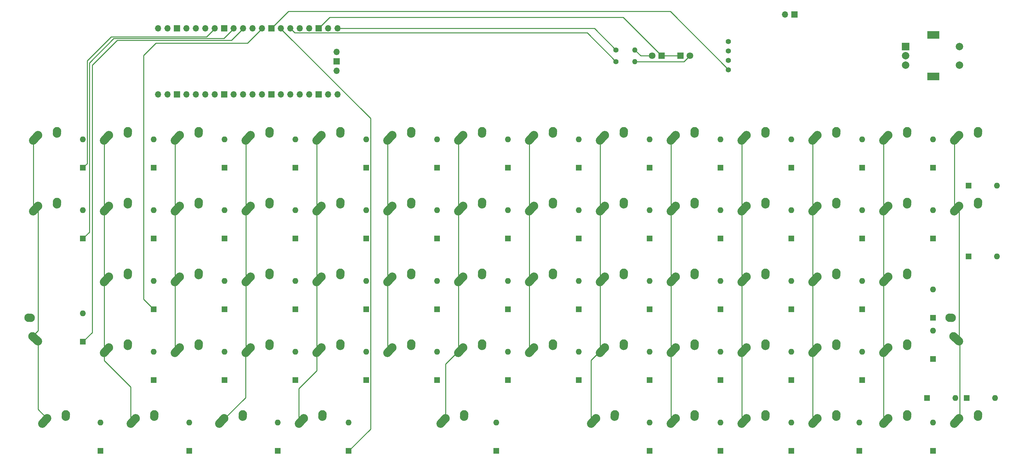
<source format=gbl>
%TF.GenerationSoftware,KiCad,Pcbnew,6.0.0~20210702.eff75b6+dfsg1-1*%
%TF.CreationDate,2021-07-18T18:47:17+02:00*%
%TF.ProjectId,keyboard,6b657962-6f61-4726-942e-6b696361645f,rev?*%
%TF.SameCoordinates,Original*%
%TF.FileFunction,Copper,L2,Bot*%
%TF.FilePolarity,Positive*%
%FSLAX46Y46*%
G04 Gerber Fmt 4.6, Leading zero omitted, Abs format (unit mm)*
G04 Created by KiCad (PCBNEW 6.0.0~20210702.eff75b6+dfsg1-1) date 2021-07-18 18:47:17*
%MOMM*%
%LPD*%
G01*
G04 APERTURE LIST*
G04 Aperture macros list*
%AMHorizOval*
0 Thick line with rounded ends*
0 $1 width*
0 $2 $3 position (X,Y) of the first rounded end (center of the circle)*
0 $4 $5 position (X,Y) of the second rounded end (center of the circle)*
0 Add line between two ends*
20,1,$1,$2,$3,$4,$5,0*
0 Add two circle primitives to create the rounded ends*
1,1,$1,$2,$3*
1,1,$1,$4,$5*%
G04 Aperture macros list end*
%TA.AperFunction,ComponentPad*%
%ADD10HorizOval,2.250000X0.020000X0.290000X-0.020000X-0.290000X0*%
%TD*%
%TA.AperFunction,ComponentPad*%
%ADD11C,2.250000*%
%TD*%
%TA.AperFunction,ComponentPad*%
%ADD12HorizOval,2.250000X0.655001X0.730000X-0.655001X-0.730000X0*%
%TD*%
%TA.AperFunction,ComponentPad*%
%ADD13HorizOval,2.250000X-0.290000X0.020000X0.290000X-0.020000X0*%
%TD*%
%TA.AperFunction,ComponentPad*%
%ADD14HorizOval,2.250000X-0.730000X0.655001X0.730000X-0.655001X0*%
%TD*%
%TA.AperFunction,ComponentPad*%
%ADD15R,1.700000X1.700000*%
%TD*%
%TA.AperFunction,ComponentPad*%
%ADD16O,1.700000X1.700000*%
%TD*%
%TA.AperFunction,ComponentPad*%
%ADD17O,1.400000X1.400000*%
%TD*%
%TA.AperFunction,ComponentPad*%
%ADD18C,1.400000*%
%TD*%
%TA.AperFunction,ComponentPad*%
%ADD19R,1.800000X1.800000*%
%TD*%
%TA.AperFunction,ComponentPad*%
%ADD20C,1.800000*%
%TD*%
%TA.AperFunction,ComponentPad*%
%ADD21C,1.397000*%
%TD*%
%TA.AperFunction,ComponentPad*%
%ADD22C,2.000000*%
%TD*%
%TA.AperFunction,ComponentPad*%
%ADD23R,3.200000X2.000000*%
%TD*%
%TA.AperFunction,ComponentPad*%
%ADD24R,2.000000X2.000000*%
%TD*%
%TA.AperFunction,ComponentPad*%
%ADD25R,1.600000X1.600000*%
%TD*%
%TA.AperFunction,ComponentPad*%
%ADD26O,1.600000X1.600000*%
%TD*%
%TA.AperFunction,Conductor*%
%ADD27C,0.250000*%
%TD*%
G04 APERTURE END LIST*
D10*
%TO.P,K4_0,2,ROW*%
%TO.N,Net-(K4_0-Pad2)*%
X193020000Y-233335000D03*
D11*
X193040000Y-233045000D03*
D12*
%TO.P,K4_0,1,COL*%
%TO.N,col0*%
X187345001Y-234855000D03*
D11*
X188000000Y-234125000D03*
%TD*%
D13*
%TO.P,K3_13,2,ROW*%
%TO.N,Net-(D3_13-Pad2)*%
X430978750Y-207030000D03*
D11*
X430688750Y-207010000D03*
D14*
%TO.P,K3_13,1,COL*%
%TO.N,col13*%
X432498750Y-212704999D03*
D11*
X431768750Y-212050000D03*
%TD*%
D13*
%TO.P,K3_0,2,ROW*%
%TO.N,Net-(K3_0-Pad2)*%
X183328750Y-207030000D03*
D11*
X183038750Y-207010000D03*
D14*
%TO.P,K3_0,1,COL*%
%TO.N,col0*%
X184848750Y-212704999D03*
D11*
X184118750Y-212050000D03*
%TD*%
D15*
%TO.P,SW2,1*%
%TO.N,Net-(Pico1-Pad38)*%
X388937500Y-125412500D03*
D16*
%TO.P,SW2,2*%
%TO.N,Net-(Pico1-Pad30)*%
X386397500Y-125412500D03*
%TD*%
D17*
%TO.P,R2,2*%
%TO.N,Net-(D2-Pad2)*%
X346075000Y-138112500D03*
D18*
%TO.P,R2,1*%
%TO.N,Net-(Pico1-Pad26)*%
X340995000Y-138112500D03*
%TD*%
%TO.P,R1,1*%
%TO.N,Net-(Pico1-Pad21)*%
X340995000Y-134962500D03*
D17*
%TO.P,R1,2*%
%TO.N,Net-(D1-Pad2)*%
X346075000Y-134962500D03*
%TD*%
D19*
%TO.P,D2,1,K*%
%TO.N,Net-(Pico1-Pad23)*%
X358337500Y-136525000D03*
D20*
%TO.P,D2,2,A*%
%TO.N,Net-(D2-Pad2)*%
X360877500Y-136525000D03*
%TD*%
D19*
%TO.P,D1,1,K*%
%TO.N,Net-(Pico1-Pad23)*%
X353218750Y-136525000D03*
D20*
%TO.P,D1,2,A*%
%TO.N,Net-(D1-Pad2)*%
X350678750Y-136525000D03*
%TD*%
D11*
%TO.P,K0_5,1,COL*%
%TO.N,col5*%
X280868750Y-157925000D03*
D12*
X280213751Y-158655000D03*
D11*
%TO.P,K0_5,2,ROW*%
%TO.N,Net-(D0_5-Pad2)*%
X285908750Y-156845000D03*
D10*
X285888750Y-157135000D03*
%TD*%
D11*
%TO.P,K0_3,1,COL*%
%TO.N,col3*%
X242768750Y-157925000D03*
D12*
X242113751Y-158655000D03*
D11*
%TO.P,K0_3,2,ROW*%
%TO.N,Net-(D0_3-Pad2)*%
X247808750Y-156845000D03*
D10*
X247788750Y-157135000D03*
%TD*%
D16*
%TO.P,Pico1,43,SWDIO*%
%TO.N,unconnected-(Pico1-Pad43)*%
X265906250Y-135509000D03*
D15*
%TO.P,Pico1,42,GND*%
%TO.N,unconnected-(Pico1-Pad42)*%
X265906250Y-138049000D03*
D16*
%TO.P,Pico1,41,SWCLK*%
%TO.N,unconnected-(Pico1-Pad41)*%
X265906250Y-140589000D03*
%TO.P,Pico1,40,VBUS*%
%TO.N,unconnected-(Pico1-Pad40)*%
X217876250Y-129159000D03*
%TO.P,Pico1,39,VSYS*%
%TO.N,unconnected-(Pico1-Pad39)*%
X220416250Y-129159000D03*
D15*
%TO.P,Pico1,38,GND*%
%TO.N,Net-(Pico1-Pad38)*%
X222956250Y-129159000D03*
D16*
%TO.P,Pico1,37,3V3_EN*%
%TO.N,unconnected-(Pico1-Pad37)*%
X225496250Y-129159000D03*
%TO.P,Pico1,36,3V3*%
%TO.N,Net-(Pico1-Pad36)*%
X228036250Y-129159000D03*
%TO.P,Pico1,35,ADC_VREF*%
%TO.N,unconnected-(Pico1-Pad35)*%
X230576250Y-129159000D03*
%TO.P,Pico1,34,GPIO28_ADC2*%
%TO.N,row0*%
X233116250Y-129159000D03*
D15*
%TO.P,Pico1,33,AGND*%
%TO.N,unconnected-(Pico1-Pad33)*%
X235656250Y-129159000D03*
D16*
%TO.P,Pico1,32,GPIO27_ADC1*%
%TO.N,row1*%
X238196250Y-129159000D03*
%TO.P,Pico1,31,GPIO26_ADC0*%
%TO.N,row3*%
X240736250Y-129159000D03*
%TO.P,Pico1,30,RUN*%
%TO.N,Net-(Pico1-Pad30)*%
X243276250Y-129159000D03*
%TO.P,Pico1,29,GPIO22*%
%TO.N,row2*%
X245816250Y-129159000D03*
D15*
%TO.P,Pico1,28,GND*%
%TO.N,Net-(Pico1-Pad28)*%
X248356250Y-129159000D03*
D16*
%TO.P,Pico1,27,GPIO21*%
%TO.N,row4*%
X250896250Y-129159000D03*
%TO.P,Pico1,26,GPIO20*%
%TO.N,Net-(Pico1-Pad26)*%
X253436250Y-129159000D03*
%TO.P,Pico1,25,GPIO19*%
%TO.N,Net-(Pico1-Pad25)*%
X255976250Y-129159000D03*
%TO.P,Pico1,24,GPIO18*%
%TO.N,Net-(Pico1-Pad24)*%
X258516250Y-129159000D03*
D15*
%TO.P,Pico1,23,GND*%
%TO.N,Net-(Pico1-Pad23)*%
X261056250Y-129159000D03*
D16*
%TO.P,Pico1,22,GPIO17*%
%TO.N,Net-(Pico1-Pad22)*%
X263596250Y-129159000D03*
%TO.P,Pico1,21,GPIO16*%
%TO.N,Net-(Pico1-Pad21)*%
X266136250Y-129159000D03*
%TO.P,Pico1,20,GPIO15*%
%TO.N,Net-(Pico1-Pad20)*%
X266136250Y-146939000D03*
%TO.P,Pico1,19,GPIO14*%
%TO.N,Net-(Pico1-Pad19)*%
X263596250Y-146939000D03*
D15*
%TO.P,Pico1,18,GND*%
%TO.N,Net-(SW1-PadC)*%
X261056250Y-146939000D03*
D16*
%TO.P,Pico1,17,GPIO13*%
%TO.N,col13*%
X258516250Y-146939000D03*
%TO.P,Pico1,16,GPIO12*%
%TO.N,col12*%
X255976250Y-146939000D03*
%TO.P,Pico1,15,GPIO11*%
%TO.N,col11*%
X253436250Y-146939000D03*
%TO.P,Pico1,14,GPIO10*%
%TO.N,col10*%
X250896250Y-146939000D03*
D15*
%TO.P,Pico1,13,GND*%
%TO.N,unconnected-(Pico1-Pad13)*%
X248356250Y-146939000D03*
D16*
%TO.P,Pico1,12,GPIO9*%
%TO.N,col9*%
X245816250Y-146939000D03*
%TO.P,Pico1,11,GPIO8*%
%TO.N,col8*%
X243276250Y-146939000D03*
%TO.P,Pico1,10,GPIO7*%
%TO.N,col7*%
X240736250Y-146939000D03*
%TO.P,Pico1,9,GPIO6*%
%TO.N,col6*%
X238196250Y-146939000D03*
D15*
%TO.P,Pico1,8,GND*%
%TO.N,unconnected-(Pico1-Pad8)*%
X235656250Y-146939000D03*
D16*
%TO.P,Pico1,7,GPIO5*%
%TO.N,col5*%
X233116250Y-146939000D03*
%TO.P,Pico1,6,GPIO4*%
%TO.N,col4*%
X230576250Y-146939000D03*
%TO.P,Pico1,5,GPIO3*%
%TO.N,col3*%
X228036250Y-146939000D03*
%TO.P,Pico1,4,GPIO2*%
%TO.N,col2*%
X225496250Y-146939000D03*
D15*
%TO.P,Pico1,3,GND*%
%TO.N,unconnected-(Pico1-Pad3)*%
X222956250Y-146939000D03*
D16*
%TO.P,Pico1,2,GPIO1*%
%TO.N,col1*%
X220416250Y-146939000D03*
%TO.P,Pico1,1,GPIO0*%
%TO.N,col0*%
X217876250Y-146939000D03*
%TD*%
D21*
%TO.P,OL1,1,SDA*%
%TO.N,Net-(Pico1-Pad24)*%
X371207500Y-132715000D03*
%TO.P,OL1,2,SCL*%
%TO.N,Net-(Pico1-Pad25)*%
X371207500Y-135255000D03*
%TO.P,OL1,3,VCC*%
%TO.N,Net-(Pico1-Pad36)*%
X371207500Y-137795000D03*
%TO.P,OL1,4,GND*%
%TO.N,Net-(Pico1-Pad28)*%
X371207500Y-140335000D03*
%TD*%
D22*
%TO.P,SW1,S2,S2*%
%TO.N,Net-(Pico1-Pad19)*%
X433346000Y-134025000D03*
%TO.P,SW1,S1,S1*%
%TO.N,Net-(SW1-PadC)*%
X433346000Y-139025000D03*
D23*
%TO.P,SW1,MP*%
%TO.N,N/C*%
X426346000Y-130925000D03*
X426346000Y-142125000D03*
D22*
%TO.P,SW1,C,C*%
%TO.N,Net-(SW1-PadC)*%
X418846000Y-136525000D03*
%TO.P,SW1,B,B*%
%TO.N,Net-(Pico1-Pad20)*%
X418846000Y-139025000D03*
D24*
%TO.P,SW1,A,A*%
%TO.N,Net-(Pico1-Pad22)*%
X418846000Y-134025000D03*
%TD*%
D11*
%TO.P,K1_2,1,COL*%
%TO.N,col2*%
X223718750Y-176975000D03*
D12*
X223063751Y-177705000D03*
D10*
%TO.P,K1_2,2,ROW*%
%TO.N,Net-(D1_2-Pad2)*%
X228738750Y-176185000D03*
D11*
X228758750Y-175895000D03*
%TD*%
%TO.P,K4_1,1,COL*%
%TO.N,col1*%
X211812500Y-234125000D03*
D12*
X211157501Y-234855000D03*
D10*
%TO.P,K4_1,2,ROW*%
%TO.N,Net-(D4_1-Pad2)*%
X216832500Y-233335000D03*
D11*
X216852500Y-233045000D03*
%TD*%
D12*
%TO.P,K3_12,1,COL*%
%TO.N,col12*%
X413563751Y-215805000D03*
D11*
X414218750Y-215075000D03*
D10*
%TO.P,K3_12,2,ROW*%
%TO.N,Net-(D3_12-Pad2)*%
X419238750Y-214285000D03*
D11*
X419258750Y-213995000D03*
%TD*%
D12*
%TO.P,K3_6,1,COL*%
%TO.N,col6*%
X299263751Y-215805000D03*
D11*
X299918750Y-215075000D03*
D10*
%TO.P,K3_6,2,ROW*%
%TO.N,Net-(D3_6-Pad2)*%
X304938750Y-214285000D03*
D11*
X304958750Y-213995000D03*
%TD*%
D12*
%TO.P,K1_0,1,COL*%
%TO.N,col0*%
X184963751Y-177705000D03*
D11*
X185618750Y-176975000D03*
D10*
%TO.P,K1_0,2,ROW*%
%TO.N,Net-(K1_0-Pad2)*%
X190638750Y-176185000D03*
D11*
X190658750Y-175895000D03*
%TD*%
D12*
%TO.P,K3_9,1,COL*%
%TO.N,col9*%
X356413751Y-215805000D03*
D11*
X357068750Y-215075000D03*
D10*
%TO.P,K3_9,2,ROW*%
%TO.N,Net-(D3_9-Pad2)*%
X362088750Y-214285000D03*
D11*
X362108750Y-213995000D03*
%TD*%
D12*
%TO.P,K4_3,1,COL*%
%TO.N,col3*%
X234970001Y-234855000D03*
D11*
X235625000Y-234125000D03*
%TO.P,K4_3,2,ROW*%
%TO.N,Net-(K4_3-Pad2)*%
X240665000Y-233045000D03*
D10*
X240645000Y-233335000D03*
%TD*%
D11*
%TO.P,K0_12,1,COL*%
%TO.N,col12*%
X414218750Y-157925000D03*
D12*
X413563751Y-158655000D03*
D10*
%TO.P,K0_12,2,ROW*%
%TO.N,Net-(D0_12-Pad2)*%
X419238750Y-157135000D03*
D11*
X419258750Y-156845000D03*
%TD*%
%TO.P,K4_8,1,COL*%
%TO.N,col8*%
X335637500Y-234125000D03*
D12*
X334982501Y-234855000D03*
D10*
%TO.P,K4_8,2,ROW*%
%TO.N,Net-(K4_8-Pad2)*%
X340657500Y-233335000D03*
D11*
X340677500Y-233045000D03*
%TD*%
%TO.P,K3_1,1,COL*%
%TO.N,col1*%
X204668750Y-215075000D03*
D12*
X204013751Y-215805000D03*
D10*
%TO.P,K3_1,2,ROW*%
%TO.N,Net-(D3_1-Pad2)*%
X209688750Y-214285000D03*
D11*
X209708750Y-213995000D03*
%TD*%
%TO.P,K1_1,1,COL*%
%TO.N,col1*%
X204668750Y-176975000D03*
D12*
X204013751Y-177705000D03*
D10*
%TO.P,K1_1,2,ROW*%
%TO.N,Net-(D1_1-Pad2)*%
X209688750Y-176185000D03*
D11*
X209708750Y-175895000D03*
%TD*%
D12*
%TO.P,K4_10,1,COL*%
%TO.N,col10*%
X375463751Y-234855000D03*
D11*
X376118750Y-234125000D03*
D10*
%TO.P,K4_10,2,ROW*%
%TO.N,Net-(D4_10-Pad2)*%
X381138750Y-233335000D03*
D11*
X381158750Y-233045000D03*
%TD*%
%TO.P,K2_2,1,COL*%
%TO.N,col2*%
X223718750Y-196025000D03*
D12*
X223063751Y-196755000D03*
D11*
%TO.P,K2_2,2,ROW*%
%TO.N,Net-(D2_2-Pad2)*%
X228758750Y-194945000D03*
D10*
X228738750Y-195235000D03*
%TD*%
D12*
%TO.P,K3_2,1,COL*%
%TO.N,col2*%
X223063751Y-215805000D03*
D11*
X223718750Y-215075000D03*
%TO.P,K3_2,2,ROW*%
%TO.N,Net-(D3_2-Pad2)*%
X228758750Y-213995000D03*
D10*
X228738750Y-214285000D03*
%TD*%
D11*
%TO.P,K3_8,1,COL*%
%TO.N,col8*%
X338018750Y-215075000D03*
D12*
X337363751Y-215805000D03*
D10*
%TO.P,K3_8,2,ROW*%
%TO.N,Net-(D3_8-Pad2)*%
X343038750Y-214285000D03*
D11*
X343058750Y-213995000D03*
%TD*%
%TO.P,K1_5,1,COL*%
%TO.N,col5*%
X280868750Y-176975000D03*
D12*
X280213751Y-177705000D03*
D11*
%TO.P,K1_5,2,ROW*%
%TO.N,Net-(D1_5-Pad2)*%
X285908750Y-175895000D03*
D10*
X285888750Y-176185000D03*
%TD*%
D11*
%TO.P,K4_13,1,COL*%
%TO.N,col13*%
X433268750Y-234125000D03*
D12*
X432613751Y-234855000D03*
D11*
%TO.P,K4_13,2,ROW*%
%TO.N,Net-(D4_13-Pad2)*%
X438308750Y-233045000D03*
D10*
X438288750Y-233335000D03*
%TD*%
D11*
%TO.P,K1_4,1,COL*%
%TO.N,col4*%
X261818750Y-176975000D03*
D12*
X261163751Y-177705000D03*
D10*
%TO.P,K1_4,2,ROW*%
%TO.N,Net-(D1_4-Pad2)*%
X266838750Y-176185000D03*
D11*
X266858750Y-175895000D03*
%TD*%
%TO.P,K1_12,1,COL*%
%TO.N,col12*%
X414218750Y-176975000D03*
D12*
X413563751Y-177705000D03*
D11*
%TO.P,K1_12,2,ROW*%
%TO.N,Net-(D1_12-Pad2)*%
X419258750Y-175895000D03*
D10*
X419238750Y-176185000D03*
%TD*%
D12*
%TO.P,K2_1,1,COL*%
%TO.N,col1*%
X204013751Y-196755000D03*
D11*
X204668750Y-196025000D03*
%TO.P,K2_1,2,ROW*%
%TO.N,Net-(K2_1-Pad2)*%
X209708750Y-194945000D03*
D10*
X209688750Y-195235000D03*
%TD*%
D11*
%TO.P,K2_8,1,COL*%
%TO.N,col8*%
X338018750Y-196025000D03*
D12*
X337363751Y-196755000D03*
D10*
%TO.P,K2_8,2,ROW*%
%TO.N,Net-(D2_8-Pad2)*%
X343038750Y-195235000D03*
D11*
X343058750Y-194945000D03*
%TD*%
D12*
%TO.P,K4_11,1,COL*%
%TO.N,col11*%
X394513751Y-234855000D03*
D11*
X395168750Y-234125000D03*
D10*
%TO.P,K4_11,2,ROW*%
%TO.N,Net-(D4_11-Pad2)*%
X400188750Y-233335000D03*
D11*
X400208750Y-233045000D03*
%TD*%
%TO.P,K3_11,1,COL*%
%TO.N,col11*%
X395168750Y-215075000D03*
D12*
X394513751Y-215805000D03*
D11*
%TO.P,K3_11,2,ROW*%
%TO.N,Net-(D3_11-Pad2)*%
X400208750Y-213995000D03*
D10*
X400188750Y-214285000D03*
%TD*%
D12*
%TO.P,K0_2,1,COL*%
%TO.N,col2*%
X223063751Y-158655000D03*
D11*
X223718750Y-157925000D03*
%TO.P,K0_2,2,ROW*%
%TO.N,Net-(D0_2-Pad2)*%
X228758750Y-156845000D03*
D10*
X228738750Y-157135000D03*
%TD*%
D12*
%TO.P,K2_4,1,COL*%
%TO.N,col4*%
X261163751Y-196755000D03*
D11*
X261818750Y-196025000D03*
%TO.P,K2_4,2,ROW*%
%TO.N,Net-(D2_4-Pad2)*%
X266858750Y-194945000D03*
D10*
X266838750Y-195235000D03*
%TD*%
D12*
%TO.P,K3_10,1,COL*%
%TO.N,col10*%
X375463751Y-215805000D03*
D11*
X376118750Y-215075000D03*
D10*
%TO.P,K3_10,2,ROW*%
%TO.N,Net-(D3_10-Pad2)*%
X381138750Y-214285000D03*
D11*
X381158750Y-213995000D03*
%TD*%
D12*
%TO.P,K2_10,1,COL*%
%TO.N,col10*%
X375463751Y-196755000D03*
D11*
X376118750Y-196025000D03*
D10*
%TO.P,K2_10,2,ROW*%
%TO.N,Net-(D2_10-Pad2)*%
X381138750Y-195235000D03*
D11*
X381158750Y-194945000D03*
%TD*%
D12*
%TO.P,K0_10,1,COL*%
%TO.N,col10*%
X375463751Y-158655000D03*
D11*
X376118750Y-157925000D03*
D10*
%TO.P,K0_10,2,ROW*%
%TO.N,Net-(D0_10-Pad2)*%
X381138750Y-157135000D03*
D11*
X381158750Y-156845000D03*
%TD*%
D12*
%TO.P,K3_5,1,COL*%
%TO.N,col5*%
X280213751Y-215805000D03*
D11*
X280868750Y-215075000D03*
D10*
%TO.P,K3_5,2,ROW*%
%TO.N,Net-(D3_5-Pad2)*%
X285888750Y-214285000D03*
D11*
X285908750Y-213995000D03*
%TD*%
%TO.P,K0_0,1,COL*%
%TO.N,col0*%
X185618750Y-157925000D03*
D12*
X184963751Y-158655000D03*
D10*
%TO.P,K0_0,2,ROW*%
%TO.N,Net-(K0_0-Pad2)*%
X190638750Y-157135000D03*
D11*
X190658750Y-156845000D03*
%TD*%
%TO.P,K4_6,1,COL*%
%TO.N,col6*%
X295156250Y-234125000D03*
D12*
X294501251Y-234855000D03*
D11*
%TO.P,K4_6,2,ROW*%
%TO.N,Net-(K4_6-Pad2)*%
X300196250Y-233045000D03*
D10*
X300176250Y-233335000D03*
%TD*%
D12*
%TO.P,K4_12,1,COL*%
%TO.N,col12*%
X413563751Y-234855000D03*
D11*
X414218750Y-234125000D03*
%TO.P,K4_12,2,ROW*%
%TO.N,Net-(D4_12-Pad2)*%
X419258750Y-233045000D03*
D10*
X419238750Y-233335000D03*
%TD*%
D11*
%TO.P,K0_13,1,COL*%
%TO.N,col13*%
X433268750Y-157925000D03*
D12*
X432613751Y-158655000D03*
D11*
%TO.P,K0_13,2,ROW*%
%TO.N,Net-(D0_13-Pad2)*%
X438308750Y-156845000D03*
D10*
X438288750Y-157135000D03*
%TD*%
D11*
%TO.P,K0_4,1,COL*%
%TO.N,col4*%
X261818750Y-157925000D03*
D12*
X261163751Y-158655000D03*
D11*
%TO.P,K0_4,2,ROW*%
%TO.N,Net-(D0_4-Pad2)*%
X266858750Y-156845000D03*
D10*
X266838750Y-157135000D03*
%TD*%
D11*
%TO.P,K1_7,1,COL*%
%TO.N,col7*%
X318968750Y-176975000D03*
D12*
X318313751Y-177705000D03*
D10*
%TO.P,K1_7,2,ROW*%
%TO.N,Net-(D1_7-Pad2)*%
X323988750Y-176185000D03*
D11*
X324008750Y-175895000D03*
%TD*%
%TO.P,K1_10,1,COL*%
%TO.N,col10*%
X376118750Y-176975000D03*
D12*
X375463751Y-177705000D03*
D11*
%TO.P,K1_10,2,ROW*%
%TO.N,Net-(D1_10-Pad2)*%
X381158750Y-175895000D03*
D10*
X381138750Y-176185000D03*
%TD*%
D11*
%TO.P,K3_7,1,COL*%
%TO.N,col7*%
X318968750Y-215075000D03*
D12*
X318313751Y-215805000D03*
D10*
%TO.P,K3_7,2,ROW*%
%TO.N,Net-(D3_7-Pad2)*%
X323988750Y-214285000D03*
D11*
X324008750Y-213995000D03*
%TD*%
%TO.P,K2_12,1,COL*%
%TO.N,col12*%
X414218750Y-196025000D03*
D12*
X413563751Y-196755000D03*
D11*
%TO.P,K2_12,2,ROW*%
%TO.N,Net-(D2_12-Pad2)*%
X419258750Y-194945000D03*
D10*
X419238750Y-195235000D03*
%TD*%
D12*
%TO.P,K2_9,1,COL*%
%TO.N,col9*%
X356413751Y-196755000D03*
D11*
X357068750Y-196025000D03*
%TO.P,K2_9,2,ROW*%
%TO.N,Net-(D2_9-Pad2)*%
X362108750Y-194945000D03*
D10*
X362088750Y-195235000D03*
%TD*%
D11*
%TO.P,K3_4,1,COL*%
%TO.N,col4*%
X261818750Y-215075000D03*
D12*
X261163751Y-215805000D03*
D11*
%TO.P,K3_4,2,ROW*%
%TO.N,Net-(D3_4-Pad2)*%
X266858750Y-213995000D03*
D10*
X266838750Y-214285000D03*
%TD*%
D11*
%TO.P,K0_9,1,COL*%
%TO.N,col9*%
X357068750Y-157925000D03*
D12*
X356413751Y-158655000D03*
D11*
%TO.P,K0_9,2,ROW*%
%TO.N,Net-(D0_9-Pad2)*%
X362108750Y-156845000D03*
D10*
X362088750Y-157135000D03*
%TD*%
D12*
%TO.P,K0_7,1,COL*%
%TO.N,col7*%
X318313751Y-158655000D03*
D11*
X318968750Y-157925000D03*
%TO.P,K0_7,2,ROW*%
%TO.N,Net-(D0_7-Pad2)*%
X324008750Y-156845000D03*
D10*
X323988750Y-157135000D03*
%TD*%
D12*
%TO.P,K2_6,1,COL*%
%TO.N,col6*%
X299263751Y-196755000D03*
D11*
X299918750Y-196025000D03*
D10*
%TO.P,K2_6,2,ROW*%
%TO.N,Net-(D2_6-Pad2)*%
X304938750Y-195235000D03*
D11*
X304958750Y-194945000D03*
%TD*%
D12*
%TO.P,K0_8,1,COL*%
%TO.N,col8*%
X337363751Y-158655000D03*
D11*
X338018750Y-157925000D03*
D10*
%TO.P,K0_8,2,ROW*%
%TO.N,Net-(D0_8-Pad2)*%
X343038750Y-157135000D03*
D11*
X343058750Y-156845000D03*
%TD*%
D12*
%TO.P,K2_7,1,COL*%
%TO.N,col7*%
X318313751Y-196755000D03*
D11*
X318968750Y-196025000D03*
%TO.P,K2_7,2,ROW*%
%TO.N,Net-(D2_7-Pad2)*%
X324008750Y-194945000D03*
D10*
X323988750Y-195235000D03*
%TD*%
D12*
%TO.P,K4_4,1,COL*%
%TO.N,col4*%
X256401251Y-234855000D03*
D11*
X257056250Y-234125000D03*
%TO.P,K4_4,2,ROW*%
%TO.N,Net-(D4_4-Pad2)*%
X262096250Y-233045000D03*
D10*
X262076250Y-233335000D03*
%TD*%
D12*
%TO.P,K1_8,1,COL*%
%TO.N,col8*%
X337363751Y-177705000D03*
D11*
X338018750Y-176975000D03*
%TO.P,K1_8,2,ROW*%
%TO.N,Net-(D1_8-Pad2)*%
X343058750Y-175895000D03*
D10*
X343038750Y-176185000D03*
%TD*%
D11*
%TO.P,K1_3,1,COL*%
%TO.N,col3*%
X242768750Y-176975000D03*
D12*
X242113751Y-177705000D03*
D11*
%TO.P,K1_3,2,ROW*%
%TO.N,Net-(D1_3-Pad2)*%
X247808750Y-175895000D03*
D10*
X247788750Y-176185000D03*
%TD*%
D11*
%TO.P,K1_9,1,COL*%
%TO.N,col9*%
X357068750Y-176975000D03*
D12*
X356413751Y-177705000D03*
D10*
%TO.P,K1_9,2,ROW*%
%TO.N,Net-(D1_9-Pad2)*%
X362088750Y-176185000D03*
D11*
X362108750Y-175895000D03*
%TD*%
%TO.P,K2_11,1,COL*%
%TO.N,col11*%
X395168750Y-196025000D03*
D12*
X394513751Y-196755000D03*
D10*
%TO.P,K2_11,2,ROW*%
%TO.N,Net-(D2_11-Pad2)*%
X400188750Y-195235000D03*
D11*
X400208750Y-194945000D03*
%TD*%
%TO.P,K0_1,1,COL*%
%TO.N,col1*%
X204668750Y-157925000D03*
D12*
X204013751Y-158655000D03*
D11*
%TO.P,K0_1,2,ROW*%
%TO.N,Net-(D0_1-Pad2)*%
X209708750Y-156845000D03*
D10*
X209688750Y-157135000D03*
%TD*%
D11*
%TO.P,K1_11,1,COL*%
%TO.N,col11*%
X395168750Y-176975000D03*
D12*
X394513751Y-177705000D03*
D10*
%TO.P,K1_11,2,ROW*%
%TO.N,Net-(D1_11-Pad2)*%
X400188750Y-176185000D03*
D11*
X400208750Y-175895000D03*
%TD*%
%TO.P,K2_3,1,COL*%
%TO.N,col3*%
X242768750Y-196025000D03*
D12*
X242113751Y-196755000D03*
D11*
%TO.P,K2_3,2,ROW*%
%TO.N,Net-(D2_3-Pad2)*%
X247808750Y-194945000D03*
D10*
X247788750Y-195235000D03*
%TD*%
D11*
%TO.P,K3_3,1,COL*%
%TO.N,col3*%
X242768750Y-215075000D03*
D12*
X242113751Y-215805000D03*
D11*
%TO.P,K3_3,2,ROW*%
%TO.N,Net-(D3_3-Pad2)*%
X247808750Y-213995000D03*
D10*
X247788750Y-214285000D03*
%TD*%
D12*
%TO.P,K2_5,1,COL*%
%TO.N,col5*%
X280213751Y-196755000D03*
D11*
X280868750Y-196025000D03*
%TO.P,K2_5,2,ROW*%
%TO.N,Net-(D2_5-Pad2)*%
X285908750Y-194945000D03*
D10*
X285888750Y-195235000D03*
%TD*%
D11*
%TO.P,K1_13,1,COL*%
%TO.N,col13*%
X433268750Y-176975000D03*
D12*
X432613751Y-177705000D03*
D11*
%TO.P,K1_13,2,ROW*%
%TO.N,Net-(D1_13-Pad2)*%
X438308750Y-175895000D03*
D10*
X438288750Y-176185000D03*
%TD*%
D12*
%TO.P,K0_11,1,COL*%
%TO.N,col11*%
X394513751Y-158655000D03*
D11*
X395168750Y-157925000D03*
%TO.P,K0_11,2,ROW*%
%TO.N,Net-(D0_11-Pad2)*%
X400208750Y-156845000D03*
D10*
X400188750Y-157135000D03*
%TD*%
D12*
%TO.P,K0_6,1,COL*%
%TO.N,col6*%
X299263751Y-158655000D03*
D11*
X299918750Y-157925000D03*
D10*
%TO.P,K0_6,2,ROW*%
%TO.N,Net-(D0_6-Pad2)*%
X304938750Y-157135000D03*
D11*
X304958750Y-156845000D03*
%TD*%
D12*
%TO.P,K4_9,1,COL*%
%TO.N,col9*%
X356413751Y-234855000D03*
D11*
X357068750Y-234125000D03*
%TO.P,K4_9,2,ROW*%
%TO.N,Net-(D4_9-Pad2)*%
X362108750Y-233045000D03*
D10*
X362088750Y-233335000D03*
%TD*%
D11*
%TO.P,K1_6,1,COL*%
%TO.N,col6*%
X299918750Y-176975000D03*
D12*
X299263751Y-177705000D03*
D10*
%TO.P,K1_6,2,ROW*%
%TO.N,Net-(D1_6-Pad2)*%
X304938750Y-176185000D03*
D11*
X304958750Y-175895000D03*
%TD*%
D25*
%TO.P,D0_0,1,K*%
%TO.N,row0*%
X197643750Y-166687500D03*
D26*
%TO.P,D0_0,2,A*%
%TO.N,Net-(K0_0-Pad2)*%
X197643750Y-159067500D03*
%TD*%
D25*
%TO.P,D0_13,1,K*%
%TO.N,row0*%
X435768750Y-171450000D03*
D26*
%TO.P,D0_13,2,A*%
%TO.N,Net-(D0_13-Pad2)*%
X443388750Y-171450000D03*
%TD*%
D25*
%TO.P,D0_12,1,K*%
%TO.N,row0*%
X426243750Y-166687500D03*
D26*
%TO.P,D0_12,2,A*%
%TO.N,Net-(D0_12-Pad2)*%
X426243750Y-159067500D03*
%TD*%
D25*
%TO.P,D0_10,1,K*%
%TO.N,row0*%
X388143750Y-166687500D03*
D26*
%TO.P,D0_10,2,A*%
%TO.N,Net-(D0_10-Pad2)*%
X388143750Y-159067500D03*
%TD*%
D25*
%TO.P,D0_9,1,K*%
%TO.N,row0*%
X369093750Y-166687500D03*
D26*
%TO.P,D0_9,2,A*%
%TO.N,Net-(D0_9-Pad2)*%
X369093750Y-159067500D03*
%TD*%
D25*
%TO.P,D0_8,1,K*%
%TO.N,row0*%
X350043750Y-166687500D03*
D26*
%TO.P,D0_8,2,A*%
%TO.N,Net-(D0_8-Pad2)*%
X350043750Y-159067500D03*
%TD*%
D25*
%TO.P,D0_7,1,K*%
%TO.N,row0*%
X330993750Y-166687500D03*
D26*
%TO.P,D0_7,2,A*%
%TO.N,Net-(D0_7-Pad2)*%
X330993750Y-159067500D03*
%TD*%
D25*
%TO.P,D0_5,1,K*%
%TO.N,row0*%
X292893750Y-166687500D03*
D26*
%TO.P,D0_5,2,A*%
%TO.N,Net-(D0_5-Pad2)*%
X292893750Y-159067500D03*
%TD*%
D25*
%TO.P,D0_4,1,K*%
%TO.N,row0*%
X273843750Y-166687500D03*
D26*
%TO.P,D0_4,2,A*%
%TO.N,Net-(D0_4-Pad2)*%
X273843750Y-159067500D03*
%TD*%
D25*
%TO.P,D0_3,1,K*%
%TO.N,row0*%
X254793750Y-166687500D03*
D26*
%TO.P,D0_3,2,A*%
%TO.N,Net-(D0_3-Pad2)*%
X254793750Y-159067500D03*
%TD*%
D25*
%TO.P,D0_2,1,K*%
%TO.N,row0*%
X235743750Y-166687500D03*
D26*
%TO.P,D0_2,2,A*%
%TO.N,Net-(D0_2-Pad2)*%
X235743750Y-159067500D03*
%TD*%
D25*
%TO.P,D1_1,1,K*%
%TO.N,row1*%
X216693750Y-185737500D03*
D26*
%TO.P,D1_1,2,A*%
%TO.N,Net-(D1_1-Pad2)*%
X216693750Y-178117500D03*
%TD*%
D25*
%TO.P,D1_0,1,K*%
%TO.N,row1*%
X197643750Y-185737500D03*
D26*
%TO.P,D1_0,2,A*%
%TO.N,Net-(K1_0-Pad2)*%
X197643750Y-178117500D03*
%TD*%
D25*
%TO.P,D1_2,1,K*%
%TO.N,row1*%
X235743750Y-185737500D03*
D26*
%TO.P,D1_2,2,A*%
%TO.N,Net-(D1_2-Pad2)*%
X235743750Y-178117500D03*
%TD*%
D25*
%TO.P,D1_3,1,K*%
%TO.N,row1*%
X254793750Y-185737500D03*
D26*
%TO.P,D1_3,2,A*%
%TO.N,Net-(D1_3-Pad2)*%
X254793750Y-178117500D03*
%TD*%
D25*
%TO.P,D1_4,1,K*%
%TO.N,row1*%
X273843750Y-185737500D03*
D26*
%TO.P,D1_4,2,A*%
%TO.N,Net-(D1_4-Pad2)*%
X273843750Y-178117500D03*
%TD*%
D25*
%TO.P,D1_6,1,K*%
%TO.N,row1*%
X311943750Y-185737500D03*
D26*
%TO.P,D1_6,2,A*%
%TO.N,Net-(D1_6-Pad2)*%
X311943750Y-178117500D03*
%TD*%
D25*
%TO.P,D1_12,1,K*%
%TO.N,row1*%
X426243750Y-185737500D03*
D26*
%TO.P,D1_12,2,A*%
%TO.N,Net-(D1_12-Pad2)*%
X426243750Y-178117500D03*
%TD*%
D25*
%TO.P,D1_11,1,K*%
%TO.N,row1*%
X407193750Y-185737500D03*
D26*
%TO.P,D1_11,2,A*%
%TO.N,Net-(D1_11-Pad2)*%
X407193750Y-178117500D03*
%TD*%
D25*
%TO.P,D1_10,1,K*%
%TO.N,row1*%
X388143750Y-185737500D03*
D26*
%TO.P,D1_10,2,A*%
%TO.N,Net-(D1_10-Pad2)*%
X388143750Y-178117500D03*
%TD*%
D25*
%TO.P,D1_8,1,K*%
%TO.N,row1*%
X350043750Y-185737500D03*
D26*
%TO.P,D1_8,2,A*%
%TO.N,Net-(D1_8-Pad2)*%
X350043750Y-178117500D03*
%TD*%
D25*
%TO.P,D1_7,1,K*%
%TO.N,row1*%
X330993750Y-185737500D03*
D26*
%TO.P,D1_7,2,A*%
%TO.N,Net-(D1_7-Pad2)*%
X330993750Y-178117500D03*
%TD*%
D25*
%TO.P,D1_9,1,K*%
%TO.N,row1*%
X369093750Y-185737500D03*
D26*
%TO.P,D1_9,2,A*%
%TO.N,Net-(D1_9-Pad2)*%
X369093750Y-178117500D03*
%TD*%
D25*
%TO.P,D1_5,1,K*%
%TO.N,row1*%
X292893750Y-185737500D03*
D26*
%TO.P,D1_5,2,A*%
%TO.N,Net-(D1_5-Pad2)*%
X292893750Y-178117500D03*
%TD*%
D25*
%TO.P,D2_6,1,K*%
%TO.N,row2*%
X311943750Y-204787500D03*
D26*
%TO.P,D2_6,2,A*%
%TO.N,Net-(D2_6-Pad2)*%
X311943750Y-197167500D03*
%TD*%
D25*
%TO.P,D2_7,1,K*%
%TO.N,row2*%
X330993750Y-204787500D03*
D26*
%TO.P,D2_7,2,A*%
%TO.N,Net-(D2_7-Pad2)*%
X330993750Y-197167500D03*
%TD*%
D25*
%TO.P,D2_8,1,K*%
%TO.N,row2*%
X350043750Y-204787500D03*
D26*
%TO.P,D2_8,2,A*%
%TO.N,Net-(D2_8-Pad2)*%
X350043750Y-197167500D03*
%TD*%
D25*
%TO.P,D2_9,1,K*%
%TO.N,row2*%
X369093750Y-204787500D03*
D26*
%TO.P,D2_9,2,A*%
%TO.N,Net-(D2_9-Pad2)*%
X369093750Y-197167500D03*
%TD*%
D25*
%TO.P,D2_10,1,K*%
%TO.N,row2*%
X388143750Y-204787500D03*
D26*
%TO.P,D2_10,2,A*%
%TO.N,Net-(D2_10-Pad2)*%
X388143750Y-197167500D03*
%TD*%
D25*
%TO.P,D2_11,1,K*%
%TO.N,row2*%
X407193750Y-204787500D03*
D26*
%TO.P,D2_11,2,A*%
%TO.N,Net-(D2_11-Pad2)*%
X407193750Y-197167500D03*
%TD*%
D25*
%TO.P,D2_12,1,K*%
%TO.N,row2*%
X426243750Y-207010000D03*
D26*
%TO.P,D2_12,2,A*%
%TO.N,Net-(D2_12-Pad2)*%
X426243750Y-199390000D03*
%TD*%
D25*
%TO.P,D2_5,1,K*%
%TO.N,row2*%
X292893750Y-204787500D03*
D26*
%TO.P,D2_5,2,A*%
%TO.N,Net-(D2_5-Pad2)*%
X292893750Y-197167500D03*
%TD*%
D25*
%TO.P,D2_4,1,K*%
%TO.N,row2*%
X273843750Y-204787500D03*
D26*
%TO.P,D2_4,2,A*%
%TO.N,Net-(D2_4-Pad2)*%
X273843750Y-197167500D03*
%TD*%
D25*
%TO.P,D2_3,1,K*%
%TO.N,row2*%
X254793750Y-204787500D03*
D26*
%TO.P,D2_3,2,A*%
%TO.N,Net-(D2_3-Pad2)*%
X254793750Y-197167500D03*
%TD*%
D25*
%TO.P,D2_2,1,K*%
%TO.N,row2*%
X235743750Y-204787500D03*
D26*
%TO.P,D2_2,2,A*%
%TO.N,Net-(D2_2-Pad2)*%
X235743750Y-197167500D03*
%TD*%
D25*
%TO.P,D2_1,1,K*%
%TO.N,row2*%
X216693750Y-204787500D03*
D26*
%TO.P,D2_1,2,A*%
%TO.N,Net-(K2_1-Pad2)*%
X216693750Y-197167500D03*
%TD*%
D25*
%TO.P,D3_0,1,K*%
%TO.N,row3*%
X197643750Y-213518750D03*
D26*
%TO.P,D3_0,2,A*%
%TO.N,Net-(K3_0-Pad2)*%
X197643750Y-205898750D03*
%TD*%
D25*
%TO.P,D3_3,1,K*%
%TO.N,row3*%
X254793750Y-223837500D03*
D26*
%TO.P,D3_3,2,A*%
%TO.N,Net-(D3_3-Pad2)*%
X254793750Y-216217500D03*
%TD*%
D25*
%TO.P,D3_13,1,K*%
%TO.N,row3*%
X424656250Y-228600000D03*
D26*
%TO.P,D3_13,2,A*%
%TO.N,Net-(D3_13-Pad2)*%
X432276250Y-228600000D03*
%TD*%
D25*
%TO.P,D3_12,1,K*%
%TO.N,row3*%
X426243750Y-218122500D03*
D26*
%TO.P,D3_12,2,A*%
%TO.N,Net-(D3_12-Pad2)*%
X426243750Y-210502500D03*
%TD*%
D25*
%TO.P,D3_11,1,K*%
%TO.N,row3*%
X407193750Y-223837500D03*
D26*
%TO.P,D3_11,2,A*%
%TO.N,Net-(D3_11-Pad2)*%
X407193750Y-216217500D03*
%TD*%
D25*
%TO.P,D3_9,1,K*%
%TO.N,row3*%
X369093750Y-223837500D03*
D26*
%TO.P,D3_9,2,A*%
%TO.N,Net-(D3_9-Pad2)*%
X369093750Y-216217500D03*
%TD*%
D25*
%TO.P,D3_8,1,K*%
%TO.N,row3*%
X350043750Y-223837500D03*
D26*
%TO.P,D3_8,2,A*%
%TO.N,Net-(D3_8-Pad2)*%
X350043750Y-216217500D03*
%TD*%
D25*
%TO.P,D3_7,1,K*%
%TO.N,row3*%
X330993750Y-223837500D03*
D26*
%TO.P,D3_7,2,A*%
%TO.N,Net-(D3_7-Pad2)*%
X330993750Y-216217500D03*
%TD*%
D25*
%TO.P,D3_6,1,K*%
%TO.N,row3*%
X311943750Y-223837500D03*
D26*
%TO.P,D3_6,2,A*%
%TO.N,Net-(D3_6-Pad2)*%
X311943750Y-216217500D03*
%TD*%
D25*
%TO.P,D3_4,1,K*%
%TO.N,row3*%
X273843750Y-223837500D03*
D26*
%TO.P,D3_4,2,A*%
%TO.N,Net-(D3_4-Pad2)*%
X273843750Y-216217500D03*
%TD*%
D25*
%TO.P,D3_1,1,K*%
%TO.N,row3*%
X216693750Y-223837500D03*
D26*
%TO.P,D3_1,2,A*%
%TO.N,Net-(D3_1-Pad2)*%
X216693750Y-216217500D03*
%TD*%
D25*
%TO.P,D4_13,1,K*%
%TO.N,row4*%
X435292500Y-228600000D03*
D26*
%TO.P,D4_13,2,A*%
%TO.N,Net-(D4_13-Pad2)*%
X442912500Y-228600000D03*
%TD*%
D25*
%TO.P,D4_1,1,K*%
%TO.N,row4*%
X226218750Y-242887500D03*
D26*
%TO.P,D4_1,2,A*%
%TO.N,Net-(D4_1-Pad2)*%
X226218750Y-235267500D03*
%TD*%
D25*
%TO.P,D4_3,1,K*%
%TO.N,row4*%
X250031250Y-242887500D03*
D26*
%TO.P,D4_3,2,A*%
%TO.N,Net-(K4_3-Pad2)*%
X250031250Y-235267500D03*
%TD*%
D25*
%TO.P,D4_4,1,K*%
%TO.N,row4*%
X269081250Y-242887500D03*
D26*
%TO.P,D4_4,2,A*%
%TO.N,Net-(D4_4-Pad2)*%
X269081250Y-235267500D03*
%TD*%
D25*
%TO.P,D4_6,1,K*%
%TO.N,row4*%
X308768750Y-242887500D03*
D26*
%TO.P,D4_6,2,A*%
%TO.N,Net-(K4_6-Pad2)*%
X308768750Y-235267500D03*
%TD*%
D25*
%TO.P,D4_8,1,K*%
%TO.N,row4*%
X350043750Y-242887500D03*
D26*
%TO.P,D4_8,2,A*%
%TO.N,Net-(K4_8-Pad2)*%
X350043750Y-235267500D03*
%TD*%
D25*
%TO.P,D4_9,1,K*%
%TO.N,row4*%
X369093750Y-242887500D03*
D26*
%TO.P,D4_9,2,A*%
%TO.N,Net-(D4_9-Pad2)*%
X369093750Y-235267500D03*
%TD*%
D25*
%TO.P,D4_10,1,K*%
%TO.N,row4*%
X388143750Y-242887500D03*
D26*
%TO.P,D4_10,2,A*%
%TO.N,Net-(D4_10-Pad2)*%
X388143750Y-235267500D03*
%TD*%
D25*
%TO.P,D4_11,1,K*%
%TO.N,row4*%
X406400000Y-242887500D03*
D26*
%TO.P,D4_11,2,A*%
%TO.N,Net-(D4_11-Pad2)*%
X406400000Y-235267500D03*
%TD*%
D25*
%TO.P,D4_12,1,K*%
%TO.N,row4*%
X426243750Y-242887500D03*
D26*
%TO.P,D4_12,2,A*%
%TO.N,Net-(D4_12-Pad2)*%
X426243750Y-235267500D03*
%TD*%
D25*
%TO.P,D0_11,1,K*%
%TO.N,row0*%
X407193750Y-166687500D03*
D26*
%TO.P,D0_11,2,A*%
%TO.N,Net-(D0_11-Pad2)*%
X407193750Y-159067500D03*
%TD*%
D25*
%TO.P,D0_6,1,K*%
%TO.N,row0*%
X311943750Y-166687500D03*
D26*
%TO.P,D0_6,2,A*%
%TO.N,Net-(D0_6-Pad2)*%
X311943750Y-159067500D03*
%TD*%
D25*
%TO.P,D3_2,1,K*%
%TO.N,row3*%
X235743750Y-223837500D03*
D26*
%TO.P,D3_2,2,A*%
%TO.N,Net-(D3_2-Pad2)*%
X235743750Y-216217500D03*
%TD*%
D25*
%TO.P,D1_13,1,K*%
%TO.N,row1*%
X435768750Y-190500000D03*
D26*
%TO.P,D1_13,2,A*%
%TO.N,Net-(D1_13-Pad2)*%
X443388750Y-190500000D03*
%TD*%
D25*
%TO.P,D3_10,1,K*%
%TO.N,row3*%
X388143750Y-223837500D03*
D26*
%TO.P,D3_10,2,A*%
%TO.N,Net-(D3_10-Pad2)*%
X388143750Y-216217500D03*
%TD*%
D25*
%TO.P,D0_1,1,K*%
%TO.N,row0*%
X216693750Y-166687500D03*
D26*
%TO.P,D0_1,2,A*%
%TO.N,Net-(D0_1-Pad2)*%
X216693750Y-159067500D03*
%TD*%
D25*
%TO.P,D4_0,1,K*%
%TO.N,row4*%
X202406250Y-242887500D03*
D26*
%TO.P,D4_0,2,A*%
%TO.N,Net-(K4_0-Pad2)*%
X202406250Y-235267500D03*
%TD*%
D25*
%TO.P,D3_5,1,K*%
%TO.N,row3*%
X292893750Y-223837500D03*
D26*
%TO.P,D3_5,2,A*%
%TO.N,Net-(D3_5-Pad2)*%
X292893750Y-216217500D03*
%TD*%
D27*
%TO.N,col13*%
X433228750Y-213360000D02*
X433400761Y-213532011D01*
X433400761Y-213532011D02*
X433400761Y-233992989D01*
X433400761Y-233992989D02*
X433268750Y-234125000D01*
X433228750Y-213360000D02*
X433268750Y-213320000D01*
X433268750Y-213320000D02*
X433268750Y-176975000D01*
%TO.N,col0*%
X184118750Y-212050000D02*
X185618750Y-210550000D01*
X185618750Y-210550000D02*
X185618750Y-176975000D01*
X188000000Y-234125000D02*
X185578750Y-231703750D01*
X185578750Y-231703750D02*
X185578750Y-213360000D01*
%TO.N,Net-(Pico1-Pad26)*%
X253436250Y-129159000D02*
X254613234Y-130335984D01*
X254613234Y-130335984D02*
X333218484Y-130335984D01*
X333218484Y-130335984D02*
X340995000Y-138112500D01*
%TO.N,Net-(Pico1-Pad21)*%
X266136250Y-129159000D02*
X335191500Y-129159000D01*
X335191500Y-129159000D02*
X340995000Y-134962500D01*
%TO.N,Net-(D2-Pad2)*%
X346075000Y-138112500D02*
X359290000Y-138112500D01*
X359290000Y-138112500D02*
X360877500Y-136525000D01*
%TO.N,Net-(D1-Pad2)*%
X350678750Y-136525000D02*
X347637500Y-136525000D01*
X347637500Y-136525000D02*
X346075000Y-134962500D01*
%TO.N,Net-(Pico1-Pad23)*%
X353218750Y-136525000D02*
X342900000Y-126206250D01*
X342900000Y-126206250D02*
X264009000Y-126206250D01*
X264009000Y-126206250D02*
X261056250Y-129159000D01*
X358337500Y-136525000D02*
X353218750Y-136525000D01*
%TO.N,row4*%
X250896250Y-129159000D02*
X250896250Y-129310000D01*
X250896250Y-129310000D02*
X274968261Y-153382011D01*
X274968261Y-153382011D02*
X274968261Y-237000489D01*
X274968261Y-237000489D02*
X269081250Y-242887500D01*
%TO.N,Net-(Pico1-Pad28)*%
X371316250Y-140335000D02*
X355600000Y-124618750D01*
X371207500Y-140335000D02*
X371316250Y-140335000D01*
X355600000Y-124618750D02*
X252896500Y-124618750D01*
X252896500Y-124618750D02*
X248356250Y-129159000D01*
X248356250Y-129159000D02*
X249530761Y-127984489D01*
%TO.N,row2*%
X213995000Y-136398000D02*
X217297000Y-133096000D01*
X216693750Y-204787500D02*
X213995000Y-202088750D01*
X213995000Y-202088750D02*
X213995000Y-136398000D01*
X217297000Y-133096000D02*
X241942750Y-133096000D01*
X241942750Y-133096000D02*
X245816250Y-129222500D01*
%TO.N,row3*%
X200152000Y-139065000D02*
X206872960Y-132344040D01*
X197643750Y-213518750D02*
X200152000Y-211010500D01*
X200152000Y-211010500D02*
X200152000Y-139065000D01*
X206872960Y-132344040D02*
X237614710Y-132344040D01*
X237614710Y-132344040D02*
X240736250Y-129222500D01*
%TO.N,row1*%
X199390000Y-138430000D02*
X205925480Y-131894520D01*
X197643750Y-185737500D02*
X199390000Y-183991250D01*
X199390000Y-183991250D02*
X199390000Y-138430000D01*
X205925480Y-131894520D02*
X235524230Y-131894520D01*
X235524230Y-131894520D02*
X238196250Y-129222500D01*
%TO.N,row0*%
X205232000Y-131445000D02*
X230893750Y-131445000D01*
X230893750Y-131445000D02*
X233116250Y-129222500D01*
X198768261Y-137908739D02*
X205232000Y-131445000D01*
X197643750Y-166687500D02*
X198768261Y-165562989D01*
X198768261Y-165562989D02*
X198768261Y-137908739D01*
%TO.N,col10*%
X250896250Y-147230870D02*
X250896250Y-147002500D01*
%TO.N,col4*%
X230576250Y-147232500D02*
X230576250Y-147002500D01*
%TO.N,col0*%
X184308750Y-178435000D02*
X184308750Y-164147500D01*
X184308750Y-164147500D02*
X184308750Y-159385000D01*
%TO.N,col1*%
X203358750Y-201919000D02*
X203358750Y-197485000D01*
X203358750Y-218568998D02*
X203358750Y-216535000D01*
X203358750Y-216535000D02*
X203358750Y-201919000D01*
X210502500Y-225712748D02*
X203358750Y-218568998D01*
X210502500Y-235585000D02*
X210502500Y-225712748D01*
X203358750Y-197485000D02*
X203358750Y-159385000D01*
%TO.N,col2*%
X222408750Y-216535000D02*
X222408750Y-159385000D01*
%TO.N,col3*%
X241458750Y-216535000D02*
X241458750Y-162083750D01*
X241388751Y-216604999D02*
X241458750Y-216535000D01*
X241458750Y-162083750D02*
X241458750Y-159385000D01*
X241388751Y-228511249D02*
X241388751Y-216604999D01*
X234315000Y-235585000D02*
X241388751Y-228511249D01*
%TO.N,col4*%
X255746250Y-226060000D02*
X260508750Y-221297500D01*
X255746250Y-235585000D02*
X255746250Y-226060000D01*
X260508750Y-221297500D02*
X260508750Y-216535000D01*
X260508750Y-216535000D02*
X260508750Y-159385000D01*
%TO.N,col5*%
X279558750Y-180816250D02*
X279558750Y-197485000D01*
X279558750Y-178435000D02*
X279558750Y-180816250D01*
X279558750Y-159385000D02*
X279558750Y-161766250D01*
X279558750Y-161766250D02*
X279558750Y-178435000D01*
X279558750Y-197485000D02*
X279558750Y-199866250D01*
X279558750Y-199866250D02*
X279558750Y-216535000D01*
%TO.N,col6*%
X298608750Y-197485000D02*
X298608750Y-178435000D01*
X298608750Y-178435000D02*
X298608750Y-159385000D01*
X298608750Y-216535000D02*
X298608750Y-197485000D01*
X298608750Y-216535000D02*
X298102748Y-216535000D01*
X298102748Y-216535000D02*
X295156250Y-219481498D01*
X295156250Y-219481498D02*
X295156250Y-234125000D01*
%TO.N,col7*%
X317658750Y-197485000D02*
X317658750Y-199866250D01*
X317658750Y-159385000D02*
X317658750Y-178435000D01*
X317658750Y-199866250D02*
X317658750Y-216535000D01*
X317658750Y-178435000D02*
X317658750Y-197485000D01*
%TO.N,col8*%
X336708750Y-178435000D02*
X336708750Y-159385000D01*
X334327500Y-235585000D02*
X334238749Y-235496249D01*
X334238749Y-235496249D02*
X334238749Y-218498999D01*
X336708750Y-216535000D02*
X336708750Y-197335000D01*
X336202748Y-216535000D02*
X336708750Y-216535000D01*
X336708750Y-197485000D02*
X336708750Y-181133750D01*
X336708750Y-197335000D02*
X338018750Y-196025000D01*
X336708750Y-181133750D02*
X336708750Y-178435000D01*
X334238749Y-218498999D02*
X336202748Y-216535000D01*
%TO.N,col9*%
X355758750Y-178435000D02*
X355758750Y-197485000D01*
X355758750Y-216535000D02*
X355758750Y-235585000D01*
X355758750Y-159385000D02*
X355758750Y-178435000D01*
X355758750Y-197485000D02*
X355758750Y-216535000D01*
%TO.N,col10*%
X374808750Y-181133750D02*
X374808750Y-178435000D01*
X374808750Y-216535000D02*
X374808750Y-197485000D01*
X374808750Y-235585000D02*
X374808750Y-216535000D01*
X374808750Y-178435000D02*
X374808750Y-159385000D01*
X374808750Y-197485000D02*
X374808750Y-181133750D01*
%TO.N,col11*%
X393858750Y-218916250D02*
X393858750Y-235585000D01*
X393858750Y-159385000D02*
X393858750Y-161766250D01*
X393858750Y-178435000D02*
X393858750Y-181481002D01*
X393858750Y-161766250D02*
X393858750Y-178435000D01*
X393858750Y-197485000D02*
X393858750Y-199866250D01*
X393858750Y-181481002D02*
X393858750Y-197485000D01*
X393858750Y-216535000D02*
X393858750Y-218916250D01*
X393858750Y-199866250D02*
X393858750Y-216535000D01*
%TO.N,col12*%
X412908750Y-178435000D02*
X412908750Y-159385000D01*
X412908750Y-216535000D02*
X412908750Y-200183750D01*
X412908750Y-200183750D02*
X412908750Y-197485000D01*
X412908750Y-219233750D02*
X412908750Y-216535000D01*
X412908750Y-235585000D02*
X412908750Y-219233750D01*
X412908750Y-197485000D02*
X412908750Y-178435000D01*
%TO.N,col13*%
X431958750Y-159385000D02*
X431958750Y-178435000D01*
%TD*%
M02*

</source>
